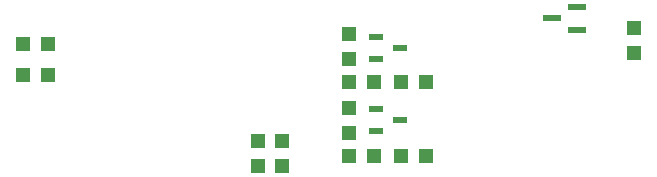
<source format=gbr>
G04*
G04 #@! TF.GenerationSoftware,Altium Limited,Altium Designer,24.2.2 (26)*
G04*
G04 Layer_Color=128*
%FSLAX44Y44*%
%MOMM*%
G71*
G04*
G04 #@! TF.SameCoordinates,200C4C84-4450-49E8-9A81-A87B66CA8C1A*
G04*
G04*
G04 #@! TF.FilePolarity,Positive*
G04*
G01*
G75*
%ADD19R,1.2000X1.2000*%
%ADD22R,1.2000X1.2000*%
%ADD33R,1.3000X0.6000*%
%ADD73R,1.6000X0.6000*%
D19*
X293370Y19050D02*
D03*
Y81280D02*
D03*
X38050Y113970D02*
D03*
X17050D02*
D03*
X314370Y81280D02*
D03*
Y19050D02*
D03*
X358090D02*
D03*
X337090D02*
D03*
X358090Y81280D02*
D03*
X337090D02*
D03*
X38050Y87300D02*
D03*
X17050D02*
D03*
D22*
X293370Y121870D02*
D03*
Y100870D02*
D03*
Y38640D02*
D03*
Y59640D02*
D03*
X534670Y126950D02*
D03*
Y105950D02*
D03*
X215900Y10836D02*
D03*
Y31836D02*
D03*
X236220Y31700D02*
D03*
Y10700D02*
D03*
D33*
X336890Y110490D02*
D03*
X315890Y100990D02*
D03*
X315890Y119990D02*
D03*
X336890Y49530D02*
D03*
X315890Y40030D02*
D03*
X315890Y59030D02*
D03*
D73*
X486742Y144882D02*
D03*
Y125882D02*
D03*
X464742Y135382D02*
D03*
M02*

</source>
